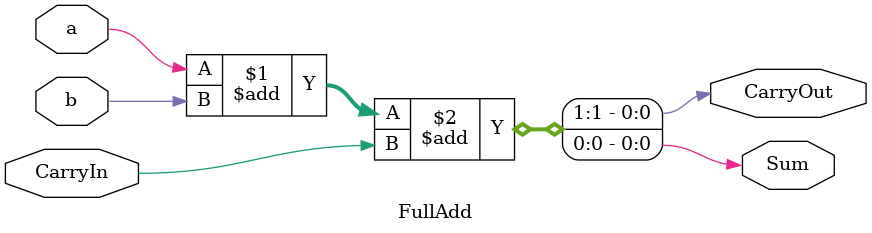
<source format=v>
module FullAdd(a,b,CarryIn,Sum,CarryOut);
  input a,b,CarryIn;
  output Sum,CarryOut;
  wire Sum,CarryOut;
  
  assign {CarryOut,Sum}=a+b+CarryIn;
  
endmodule
  
</source>
